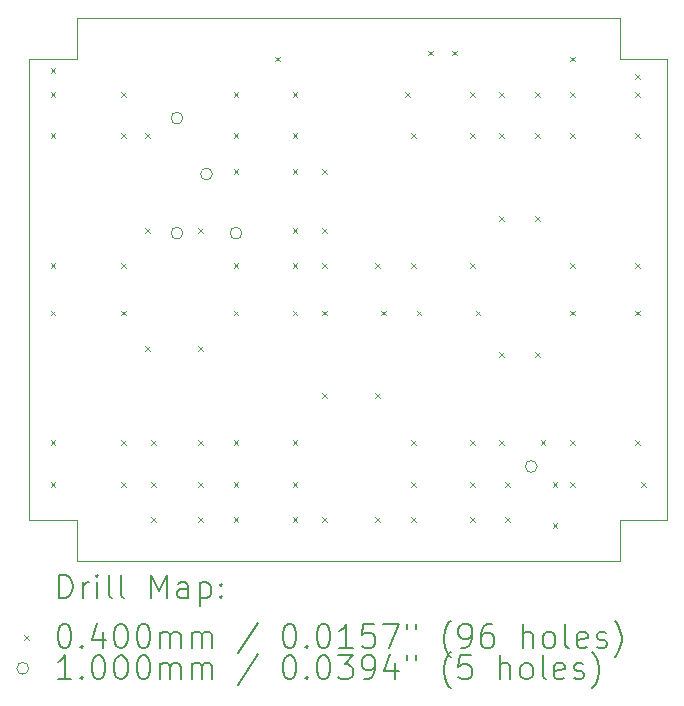
<source format=gbr>
%FSLAX45Y45*%
G04 Gerber Fmt 4.5, Leading zero omitted, Abs format (unit mm)*
G04 Created by KiCad (PCBNEW 6.0.2+dfsg-1) date 2023-09-24 20:16:40*
%MOMM*%
%LPD*%
G01*
G04 APERTURE LIST*
%TA.AperFunction,Profile*%
%ADD10C,0.100000*%
%TD*%
%ADD11C,0.200000*%
%ADD12C,0.040000*%
%ADD13C,0.100000*%
G04 APERTURE END LIST*
D10*
X10160000Y-9330000D02*
X10160000Y-5430000D01*
X15160000Y-9330000D02*
X15160000Y-9680000D01*
X10560000Y-5430000D02*
X10160000Y-5430000D01*
X15160000Y-5080000D02*
X15160000Y-5430000D01*
X15560000Y-9330000D02*
X15160000Y-9330000D01*
X10560000Y-5080000D02*
X10560000Y-5430000D01*
X10160000Y-9330000D02*
X10560000Y-9330000D01*
X15160000Y-5430000D02*
X15560000Y-5430000D01*
X15560000Y-5430000D02*
X15560000Y-9330000D01*
X10560000Y-5080000D02*
X15160000Y-5080000D01*
X15160000Y-9680000D02*
X10560000Y-9680000D01*
X10560000Y-9330000D02*
X10560000Y-9680000D01*
D11*
D12*
X10340000Y-5510000D02*
X10380000Y-5550000D01*
X10380000Y-5510000D02*
X10340000Y-5550000D01*
X10340000Y-5710000D02*
X10380000Y-5750000D01*
X10380000Y-5710000D02*
X10340000Y-5750000D01*
X10340000Y-6060000D02*
X10380000Y-6100000D01*
X10380000Y-6060000D02*
X10340000Y-6100000D01*
X10340000Y-7160000D02*
X10380000Y-7200000D01*
X10380000Y-7160000D02*
X10340000Y-7200000D01*
X10340000Y-7560000D02*
X10380000Y-7600000D01*
X10380000Y-7560000D02*
X10340000Y-7600000D01*
X10340000Y-8660000D02*
X10380000Y-8700000D01*
X10380000Y-8660000D02*
X10340000Y-8700000D01*
X10340000Y-9010000D02*
X10380000Y-9050000D01*
X10380000Y-9010000D02*
X10340000Y-9050000D01*
X10940000Y-5710000D02*
X10980000Y-5750000D01*
X10980000Y-5710000D02*
X10940000Y-5750000D01*
X10940000Y-6060000D02*
X10980000Y-6100000D01*
X10980000Y-6060000D02*
X10940000Y-6100000D01*
X10940000Y-7160000D02*
X10980000Y-7200000D01*
X10980000Y-7160000D02*
X10940000Y-7200000D01*
X10940000Y-7560000D02*
X10980000Y-7600000D01*
X10980000Y-7560000D02*
X10940000Y-7600000D01*
X10940000Y-8660000D02*
X10980000Y-8700000D01*
X10980000Y-8660000D02*
X10940000Y-8700000D01*
X10940000Y-9010000D02*
X10980000Y-9050000D01*
X10980000Y-9010000D02*
X10940000Y-9050000D01*
X11140000Y-6060000D02*
X11180000Y-6100000D01*
X11180000Y-6060000D02*
X11140000Y-6100000D01*
X11140000Y-6860000D02*
X11180000Y-6900000D01*
X11180000Y-6860000D02*
X11140000Y-6900000D01*
X11140000Y-7860000D02*
X11180000Y-7900000D01*
X11180000Y-7860000D02*
X11140000Y-7900000D01*
X11190000Y-8660000D02*
X11230000Y-8700000D01*
X11230000Y-8660000D02*
X11190000Y-8700000D01*
X11190000Y-9010000D02*
X11230000Y-9050000D01*
X11230000Y-9010000D02*
X11190000Y-9050000D01*
X11190000Y-9310000D02*
X11230000Y-9350000D01*
X11230000Y-9310000D02*
X11190000Y-9350000D01*
X11590000Y-6860000D02*
X11630000Y-6900000D01*
X11630000Y-6860000D02*
X11590000Y-6900000D01*
X11590000Y-7860000D02*
X11630000Y-7900000D01*
X11630000Y-7860000D02*
X11590000Y-7900000D01*
X11590000Y-8660000D02*
X11630000Y-8700000D01*
X11630000Y-8660000D02*
X11590000Y-8700000D01*
X11590000Y-9010000D02*
X11630000Y-9050000D01*
X11630000Y-9010000D02*
X11590000Y-9050000D01*
X11590000Y-9310000D02*
X11630000Y-9350000D01*
X11630000Y-9310000D02*
X11590000Y-9350000D01*
X11890000Y-5710000D02*
X11930000Y-5750000D01*
X11930000Y-5710000D02*
X11890000Y-5750000D01*
X11890000Y-6060000D02*
X11930000Y-6100000D01*
X11930000Y-6060000D02*
X11890000Y-6100000D01*
X11890000Y-6360000D02*
X11930000Y-6400000D01*
X11930000Y-6360000D02*
X11890000Y-6400000D01*
X11890000Y-7160000D02*
X11930000Y-7200000D01*
X11930000Y-7160000D02*
X11890000Y-7200000D01*
X11890000Y-7560000D02*
X11930000Y-7600000D01*
X11930000Y-7560000D02*
X11890000Y-7600000D01*
X11890000Y-8660000D02*
X11930000Y-8700000D01*
X11930000Y-8660000D02*
X11890000Y-8700000D01*
X11890000Y-9010000D02*
X11930000Y-9050000D01*
X11930000Y-9010000D02*
X11890000Y-9050000D01*
X11890000Y-9310000D02*
X11930000Y-9350000D01*
X11930000Y-9310000D02*
X11890000Y-9350000D01*
X12240000Y-5410000D02*
X12280000Y-5450000D01*
X12280000Y-5410000D02*
X12240000Y-5450000D01*
X12390000Y-5710000D02*
X12430000Y-5750000D01*
X12430000Y-5710000D02*
X12390000Y-5750000D01*
X12390000Y-6060000D02*
X12430000Y-6100000D01*
X12430000Y-6060000D02*
X12390000Y-6100000D01*
X12390000Y-6360000D02*
X12430000Y-6400000D01*
X12430000Y-6360000D02*
X12390000Y-6400000D01*
X12390000Y-6860000D02*
X12430000Y-6900000D01*
X12430000Y-6860000D02*
X12390000Y-6900000D01*
X12390000Y-7160000D02*
X12430000Y-7200000D01*
X12430000Y-7160000D02*
X12390000Y-7200000D01*
X12390000Y-7560000D02*
X12430000Y-7600000D01*
X12430000Y-7560000D02*
X12390000Y-7600000D01*
X12390000Y-8660000D02*
X12430000Y-8700000D01*
X12430000Y-8660000D02*
X12390000Y-8700000D01*
X12390000Y-9010000D02*
X12430000Y-9050000D01*
X12430000Y-9010000D02*
X12390000Y-9050000D01*
X12390000Y-9310000D02*
X12430000Y-9350000D01*
X12430000Y-9310000D02*
X12390000Y-9350000D01*
X12640000Y-6360000D02*
X12680000Y-6400000D01*
X12680000Y-6360000D02*
X12640000Y-6400000D01*
X12640000Y-6860000D02*
X12680000Y-6900000D01*
X12680000Y-6860000D02*
X12640000Y-6900000D01*
X12640000Y-7160000D02*
X12680000Y-7200000D01*
X12680000Y-7160000D02*
X12640000Y-7200000D01*
X12640000Y-7560000D02*
X12680000Y-7600000D01*
X12680000Y-7560000D02*
X12640000Y-7600000D01*
X12640000Y-8260000D02*
X12680000Y-8300000D01*
X12680000Y-8260000D02*
X12640000Y-8300000D01*
X12640000Y-9310000D02*
X12680000Y-9350000D01*
X12680000Y-9310000D02*
X12640000Y-9350000D01*
X13090000Y-7160000D02*
X13130000Y-7200000D01*
X13130000Y-7160000D02*
X13090000Y-7200000D01*
X13090000Y-8260000D02*
X13130000Y-8300000D01*
X13130000Y-8260000D02*
X13090000Y-8300000D01*
X13090000Y-9310000D02*
X13130000Y-9350000D01*
X13130000Y-9310000D02*
X13090000Y-9350000D01*
X13140000Y-7560000D02*
X13180000Y-7600000D01*
X13180000Y-7560000D02*
X13140000Y-7600000D01*
X13340000Y-5710000D02*
X13380000Y-5750000D01*
X13380000Y-5710000D02*
X13340000Y-5750000D01*
X13390000Y-6060000D02*
X13430000Y-6100000D01*
X13430000Y-6060000D02*
X13390000Y-6100000D01*
X13390000Y-7160000D02*
X13430000Y-7200000D01*
X13430000Y-7160000D02*
X13390000Y-7200000D01*
X13390000Y-8660000D02*
X13430000Y-8700000D01*
X13430000Y-8660000D02*
X13390000Y-8700000D01*
X13390000Y-9010000D02*
X13430000Y-9050000D01*
X13430000Y-9010000D02*
X13390000Y-9050000D01*
X13390000Y-9310000D02*
X13430000Y-9350000D01*
X13430000Y-9310000D02*
X13390000Y-9350000D01*
X13440000Y-7560000D02*
X13480000Y-7600000D01*
X13480000Y-7560000D02*
X13440000Y-7600000D01*
X13540000Y-5360000D02*
X13580000Y-5400000D01*
X13580000Y-5360000D02*
X13540000Y-5400000D01*
X13740000Y-5360000D02*
X13780000Y-5400000D01*
X13780000Y-5360000D02*
X13740000Y-5400000D01*
X13890000Y-5710000D02*
X13930000Y-5750000D01*
X13930000Y-5710000D02*
X13890000Y-5750000D01*
X13890000Y-6060000D02*
X13930000Y-6100000D01*
X13930000Y-6060000D02*
X13890000Y-6100000D01*
X13890000Y-7160000D02*
X13930000Y-7200000D01*
X13930000Y-7160000D02*
X13890000Y-7200000D01*
X13890000Y-8660000D02*
X13930000Y-8700000D01*
X13930000Y-8660000D02*
X13890000Y-8700000D01*
X13890000Y-9010000D02*
X13930000Y-9050000D01*
X13930000Y-9010000D02*
X13890000Y-9050000D01*
X13890000Y-9310000D02*
X13930000Y-9350000D01*
X13930000Y-9310000D02*
X13890000Y-9350000D01*
X13940000Y-7560000D02*
X13980000Y-7600000D01*
X13980000Y-7560000D02*
X13940000Y-7600000D01*
X14140000Y-5710000D02*
X14180000Y-5750000D01*
X14180000Y-5710000D02*
X14140000Y-5750000D01*
X14140000Y-6060000D02*
X14180000Y-6100000D01*
X14180000Y-6060000D02*
X14140000Y-6100000D01*
X14140000Y-6760000D02*
X14180000Y-6800000D01*
X14180000Y-6760000D02*
X14140000Y-6800000D01*
X14140000Y-7910000D02*
X14180000Y-7950000D01*
X14180000Y-7910000D02*
X14140000Y-7950000D01*
X14140000Y-8660000D02*
X14180000Y-8700000D01*
X14180000Y-8660000D02*
X14140000Y-8700000D01*
X14190000Y-9010000D02*
X14230000Y-9050000D01*
X14230000Y-9010000D02*
X14190000Y-9050000D01*
X14190000Y-9310000D02*
X14230000Y-9350000D01*
X14230000Y-9310000D02*
X14190000Y-9350000D01*
X14440000Y-5710000D02*
X14480000Y-5750000D01*
X14480000Y-5710000D02*
X14440000Y-5750000D01*
X14440000Y-6060000D02*
X14480000Y-6100000D01*
X14480000Y-6060000D02*
X14440000Y-6100000D01*
X14440000Y-6760000D02*
X14480000Y-6800000D01*
X14480000Y-6760000D02*
X14440000Y-6800000D01*
X14440000Y-7910000D02*
X14480000Y-7950000D01*
X14480000Y-7910000D02*
X14440000Y-7950000D01*
X14490000Y-8660000D02*
X14530000Y-8700000D01*
X14530000Y-8660000D02*
X14490000Y-8700000D01*
X14590000Y-9010000D02*
X14630000Y-9050000D01*
X14630000Y-9010000D02*
X14590000Y-9050000D01*
X14590000Y-9360000D02*
X14630000Y-9400000D01*
X14630000Y-9360000D02*
X14590000Y-9400000D01*
X14740000Y-5410000D02*
X14780000Y-5450000D01*
X14780000Y-5410000D02*
X14740000Y-5450000D01*
X14740000Y-5710000D02*
X14780000Y-5750000D01*
X14780000Y-5710000D02*
X14740000Y-5750000D01*
X14740000Y-6060000D02*
X14780000Y-6100000D01*
X14780000Y-6060000D02*
X14740000Y-6100000D01*
X14740000Y-7160000D02*
X14780000Y-7200000D01*
X14780000Y-7160000D02*
X14740000Y-7200000D01*
X14740000Y-7560000D02*
X14780000Y-7600000D01*
X14780000Y-7560000D02*
X14740000Y-7600000D01*
X14740000Y-8660000D02*
X14780000Y-8700000D01*
X14780000Y-8660000D02*
X14740000Y-8700000D01*
X14740000Y-9010000D02*
X14780000Y-9050000D01*
X14780000Y-9010000D02*
X14740000Y-9050000D01*
X15290000Y-5560000D02*
X15330000Y-5600000D01*
X15330000Y-5560000D02*
X15290000Y-5600000D01*
X15290000Y-5710000D02*
X15330000Y-5750000D01*
X15330000Y-5710000D02*
X15290000Y-5750000D01*
X15290000Y-6060000D02*
X15330000Y-6100000D01*
X15330000Y-6060000D02*
X15290000Y-6100000D01*
X15290000Y-7160000D02*
X15330000Y-7200000D01*
X15330000Y-7160000D02*
X15290000Y-7200000D01*
X15290000Y-7560000D02*
X15330000Y-7600000D01*
X15330000Y-7560000D02*
X15290000Y-7600000D01*
X15290000Y-8660000D02*
X15330000Y-8700000D01*
X15330000Y-8660000D02*
X15290000Y-8700000D01*
X15340000Y-9010000D02*
X15380000Y-9050000D01*
X15380000Y-9010000D02*
X15340000Y-9050000D01*
D13*
X11460000Y-5930000D02*
G75*
G03*
X11460000Y-5930000I-50000J0D01*
G01*
X11460000Y-6904000D02*
G75*
G03*
X11460000Y-6904000I-50000J0D01*
G01*
X11710000Y-6404000D02*
G75*
G03*
X11710000Y-6404000I-50000J0D01*
G01*
X11960000Y-6904000D02*
G75*
G03*
X11960000Y-6904000I-50000J0D01*
G01*
X14460000Y-8880000D02*
G75*
G03*
X14460000Y-8880000I-50000J0D01*
G01*
D11*
X10412619Y-9995476D02*
X10412619Y-9795476D01*
X10460238Y-9795476D01*
X10488810Y-9805000D01*
X10507857Y-9824048D01*
X10517381Y-9843095D01*
X10526905Y-9881190D01*
X10526905Y-9909762D01*
X10517381Y-9947857D01*
X10507857Y-9966905D01*
X10488810Y-9985952D01*
X10460238Y-9995476D01*
X10412619Y-9995476D01*
X10612619Y-9995476D02*
X10612619Y-9862143D01*
X10612619Y-9900238D02*
X10622143Y-9881190D01*
X10631667Y-9871667D01*
X10650714Y-9862143D01*
X10669762Y-9862143D01*
X10736429Y-9995476D02*
X10736429Y-9862143D01*
X10736429Y-9795476D02*
X10726905Y-9805000D01*
X10736429Y-9814524D01*
X10745952Y-9805000D01*
X10736429Y-9795476D01*
X10736429Y-9814524D01*
X10860238Y-9995476D02*
X10841190Y-9985952D01*
X10831667Y-9966905D01*
X10831667Y-9795476D01*
X10965000Y-9995476D02*
X10945952Y-9985952D01*
X10936429Y-9966905D01*
X10936429Y-9795476D01*
X11193571Y-9995476D02*
X11193571Y-9795476D01*
X11260238Y-9938333D01*
X11326905Y-9795476D01*
X11326905Y-9995476D01*
X11507857Y-9995476D02*
X11507857Y-9890714D01*
X11498333Y-9871667D01*
X11479286Y-9862143D01*
X11441190Y-9862143D01*
X11422143Y-9871667D01*
X11507857Y-9985952D02*
X11488809Y-9995476D01*
X11441190Y-9995476D01*
X11422143Y-9985952D01*
X11412619Y-9966905D01*
X11412619Y-9947857D01*
X11422143Y-9928810D01*
X11441190Y-9919286D01*
X11488809Y-9919286D01*
X11507857Y-9909762D01*
X11603095Y-9862143D02*
X11603095Y-10062143D01*
X11603095Y-9871667D02*
X11622143Y-9862143D01*
X11660238Y-9862143D01*
X11679286Y-9871667D01*
X11688809Y-9881190D01*
X11698333Y-9900238D01*
X11698333Y-9957381D01*
X11688809Y-9976429D01*
X11679286Y-9985952D01*
X11660238Y-9995476D01*
X11622143Y-9995476D01*
X11603095Y-9985952D01*
X11784048Y-9976429D02*
X11793571Y-9985952D01*
X11784048Y-9995476D01*
X11774524Y-9985952D01*
X11784048Y-9976429D01*
X11784048Y-9995476D01*
X11784048Y-9871667D02*
X11793571Y-9881190D01*
X11784048Y-9890714D01*
X11774524Y-9881190D01*
X11784048Y-9871667D01*
X11784048Y-9890714D01*
D12*
X10115000Y-10305000D02*
X10155000Y-10345000D01*
X10155000Y-10305000D02*
X10115000Y-10345000D01*
D11*
X10450714Y-10215476D02*
X10469762Y-10215476D01*
X10488810Y-10225000D01*
X10498333Y-10234524D01*
X10507857Y-10253571D01*
X10517381Y-10291667D01*
X10517381Y-10339286D01*
X10507857Y-10377381D01*
X10498333Y-10396429D01*
X10488810Y-10405952D01*
X10469762Y-10415476D01*
X10450714Y-10415476D01*
X10431667Y-10405952D01*
X10422143Y-10396429D01*
X10412619Y-10377381D01*
X10403095Y-10339286D01*
X10403095Y-10291667D01*
X10412619Y-10253571D01*
X10422143Y-10234524D01*
X10431667Y-10225000D01*
X10450714Y-10215476D01*
X10603095Y-10396429D02*
X10612619Y-10405952D01*
X10603095Y-10415476D01*
X10593571Y-10405952D01*
X10603095Y-10396429D01*
X10603095Y-10415476D01*
X10784048Y-10282143D02*
X10784048Y-10415476D01*
X10736429Y-10205952D02*
X10688810Y-10348810D01*
X10812619Y-10348810D01*
X10926905Y-10215476D02*
X10945952Y-10215476D01*
X10965000Y-10225000D01*
X10974524Y-10234524D01*
X10984048Y-10253571D01*
X10993571Y-10291667D01*
X10993571Y-10339286D01*
X10984048Y-10377381D01*
X10974524Y-10396429D01*
X10965000Y-10405952D01*
X10945952Y-10415476D01*
X10926905Y-10415476D01*
X10907857Y-10405952D01*
X10898333Y-10396429D01*
X10888810Y-10377381D01*
X10879286Y-10339286D01*
X10879286Y-10291667D01*
X10888810Y-10253571D01*
X10898333Y-10234524D01*
X10907857Y-10225000D01*
X10926905Y-10215476D01*
X11117381Y-10215476D02*
X11136429Y-10215476D01*
X11155476Y-10225000D01*
X11165000Y-10234524D01*
X11174524Y-10253571D01*
X11184048Y-10291667D01*
X11184048Y-10339286D01*
X11174524Y-10377381D01*
X11165000Y-10396429D01*
X11155476Y-10405952D01*
X11136429Y-10415476D01*
X11117381Y-10415476D01*
X11098333Y-10405952D01*
X11088810Y-10396429D01*
X11079286Y-10377381D01*
X11069762Y-10339286D01*
X11069762Y-10291667D01*
X11079286Y-10253571D01*
X11088810Y-10234524D01*
X11098333Y-10225000D01*
X11117381Y-10215476D01*
X11269762Y-10415476D02*
X11269762Y-10282143D01*
X11269762Y-10301190D02*
X11279286Y-10291667D01*
X11298333Y-10282143D01*
X11326905Y-10282143D01*
X11345952Y-10291667D01*
X11355476Y-10310714D01*
X11355476Y-10415476D01*
X11355476Y-10310714D02*
X11365000Y-10291667D01*
X11384048Y-10282143D01*
X11412619Y-10282143D01*
X11431667Y-10291667D01*
X11441190Y-10310714D01*
X11441190Y-10415476D01*
X11536428Y-10415476D02*
X11536428Y-10282143D01*
X11536428Y-10301190D02*
X11545952Y-10291667D01*
X11565000Y-10282143D01*
X11593571Y-10282143D01*
X11612619Y-10291667D01*
X11622143Y-10310714D01*
X11622143Y-10415476D01*
X11622143Y-10310714D02*
X11631667Y-10291667D01*
X11650714Y-10282143D01*
X11679286Y-10282143D01*
X11698333Y-10291667D01*
X11707857Y-10310714D01*
X11707857Y-10415476D01*
X12098333Y-10205952D02*
X11926905Y-10463095D01*
X12355476Y-10215476D02*
X12374524Y-10215476D01*
X12393571Y-10225000D01*
X12403095Y-10234524D01*
X12412619Y-10253571D01*
X12422143Y-10291667D01*
X12422143Y-10339286D01*
X12412619Y-10377381D01*
X12403095Y-10396429D01*
X12393571Y-10405952D01*
X12374524Y-10415476D01*
X12355476Y-10415476D01*
X12336428Y-10405952D01*
X12326905Y-10396429D01*
X12317381Y-10377381D01*
X12307857Y-10339286D01*
X12307857Y-10291667D01*
X12317381Y-10253571D01*
X12326905Y-10234524D01*
X12336428Y-10225000D01*
X12355476Y-10215476D01*
X12507857Y-10396429D02*
X12517381Y-10405952D01*
X12507857Y-10415476D01*
X12498333Y-10405952D01*
X12507857Y-10396429D01*
X12507857Y-10415476D01*
X12641190Y-10215476D02*
X12660238Y-10215476D01*
X12679286Y-10225000D01*
X12688809Y-10234524D01*
X12698333Y-10253571D01*
X12707857Y-10291667D01*
X12707857Y-10339286D01*
X12698333Y-10377381D01*
X12688809Y-10396429D01*
X12679286Y-10405952D01*
X12660238Y-10415476D01*
X12641190Y-10415476D01*
X12622143Y-10405952D01*
X12612619Y-10396429D01*
X12603095Y-10377381D01*
X12593571Y-10339286D01*
X12593571Y-10291667D01*
X12603095Y-10253571D01*
X12612619Y-10234524D01*
X12622143Y-10225000D01*
X12641190Y-10215476D01*
X12898333Y-10415476D02*
X12784048Y-10415476D01*
X12841190Y-10415476D02*
X12841190Y-10215476D01*
X12822143Y-10244048D01*
X12803095Y-10263095D01*
X12784048Y-10272619D01*
X13079286Y-10215476D02*
X12984048Y-10215476D01*
X12974524Y-10310714D01*
X12984048Y-10301190D01*
X13003095Y-10291667D01*
X13050714Y-10291667D01*
X13069762Y-10301190D01*
X13079286Y-10310714D01*
X13088809Y-10329762D01*
X13088809Y-10377381D01*
X13079286Y-10396429D01*
X13069762Y-10405952D01*
X13050714Y-10415476D01*
X13003095Y-10415476D01*
X12984048Y-10405952D01*
X12974524Y-10396429D01*
X13155476Y-10215476D02*
X13288809Y-10215476D01*
X13203095Y-10415476D01*
X13355476Y-10215476D02*
X13355476Y-10253571D01*
X13431667Y-10215476D02*
X13431667Y-10253571D01*
X13726905Y-10491667D02*
X13717381Y-10482143D01*
X13698333Y-10453571D01*
X13688809Y-10434524D01*
X13679286Y-10405952D01*
X13669762Y-10358333D01*
X13669762Y-10320238D01*
X13679286Y-10272619D01*
X13688809Y-10244048D01*
X13698333Y-10225000D01*
X13717381Y-10196429D01*
X13726905Y-10186905D01*
X13812619Y-10415476D02*
X13850714Y-10415476D01*
X13869762Y-10405952D01*
X13879286Y-10396429D01*
X13898333Y-10367857D01*
X13907857Y-10329762D01*
X13907857Y-10253571D01*
X13898333Y-10234524D01*
X13888809Y-10225000D01*
X13869762Y-10215476D01*
X13831667Y-10215476D01*
X13812619Y-10225000D01*
X13803095Y-10234524D01*
X13793571Y-10253571D01*
X13793571Y-10301190D01*
X13803095Y-10320238D01*
X13812619Y-10329762D01*
X13831667Y-10339286D01*
X13869762Y-10339286D01*
X13888809Y-10329762D01*
X13898333Y-10320238D01*
X13907857Y-10301190D01*
X14079286Y-10215476D02*
X14041190Y-10215476D01*
X14022143Y-10225000D01*
X14012619Y-10234524D01*
X13993571Y-10263095D01*
X13984048Y-10301190D01*
X13984048Y-10377381D01*
X13993571Y-10396429D01*
X14003095Y-10405952D01*
X14022143Y-10415476D01*
X14060238Y-10415476D01*
X14079286Y-10405952D01*
X14088809Y-10396429D01*
X14098333Y-10377381D01*
X14098333Y-10329762D01*
X14088809Y-10310714D01*
X14079286Y-10301190D01*
X14060238Y-10291667D01*
X14022143Y-10291667D01*
X14003095Y-10301190D01*
X13993571Y-10310714D01*
X13984048Y-10329762D01*
X14336428Y-10415476D02*
X14336428Y-10215476D01*
X14422143Y-10415476D02*
X14422143Y-10310714D01*
X14412619Y-10291667D01*
X14393571Y-10282143D01*
X14365000Y-10282143D01*
X14345952Y-10291667D01*
X14336428Y-10301190D01*
X14545952Y-10415476D02*
X14526905Y-10405952D01*
X14517381Y-10396429D01*
X14507857Y-10377381D01*
X14507857Y-10320238D01*
X14517381Y-10301190D01*
X14526905Y-10291667D01*
X14545952Y-10282143D01*
X14574524Y-10282143D01*
X14593571Y-10291667D01*
X14603095Y-10301190D01*
X14612619Y-10320238D01*
X14612619Y-10377381D01*
X14603095Y-10396429D01*
X14593571Y-10405952D01*
X14574524Y-10415476D01*
X14545952Y-10415476D01*
X14726905Y-10415476D02*
X14707857Y-10405952D01*
X14698333Y-10386905D01*
X14698333Y-10215476D01*
X14879286Y-10405952D02*
X14860238Y-10415476D01*
X14822143Y-10415476D01*
X14803095Y-10405952D01*
X14793571Y-10386905D01*
X14793571Y-10310714D01*
X14803095Y-10291667D01*
X14822143Y-10282143D01*
X14860238Y-10282143D01*
X14879286Y-10291667D01*
X14888809Y-10310714D01*
X14888809Y-10329762D01*
X14793571Y-10348810D01*
X14965000Y-10405952D02*
X14984048Y-10415476D01*
X15022143Y-10415476D01*
X15041190Y-10405952D01*
X15050714Y-10386905D01*
X15050714Y-10377381D01*
X15041190Y-10358333D01*
X15022143Y-10348810D01*
X14993571Y-10348810D01*
X14974524Y-10339286D01*
X14965000Y-10320238D01*
X14965000Y-10310714D01*
X14974524Y-10291667D01*
X14993571Y-10282143D01*
X15022143Y-10282143D01*
X15041190Y-10291667D01*
X15117381Y-10491667D02*
X15126905Y-10482143D01*
X15145952Y-10453571D01*
X15155476Y-10434524D01*
X15165000Y-10405952D01*
X15174524Y-10358333D01*
X15174524Y-10320238D01*
X15165000Y-10272619D01*
X15155476Y-10244048D01*
X15145952Y-10225000D01*
X15126905Y-10196429D01*
X15117381Y-10186905D01*
D13*
X10155000Y-10589000D02*
G75*
G03*
X10155000Y-10589000I-50000J0D01*
G01*
D11*
X10517381Y-10679476D02*
X10403095Y-10679476D01*
X10460238Y-10679476D02*
X10460238Y-10479476D01*
X10441190Y-10508048D01*
X10422143Y-10527095D01*
X10403095Y-10536619D01*
X10603095Y-10660429D02*
X10612619Y-10669952D01*
X10603095Y-10679476D01*
X10593571Y-10669952D01*
X10603095Y-10660429D01*
X10603095Y-10679476D01*
X10736429Y-10479476D02*
X10755476Y-10479476D01*
X10774524Y-10489000D01*
X10784048Y-10498524D01*
X10793571Y-10517571D01*
X10803095Y-10555667D01*
X10803095Y-10603286D01*
X10793571Y-10641381D01*
X10784048Y-10660429D01*
X10774524Y-10669952D01*
X10755476Y-10679476D01*
X10736429Y-10679476D01*
X10717381Y-10669952D01*
X10707857Y-10660429D01*
X10698333Y-10641381D01*
X10688810Y-10603286D01*
X10688810Y-10555667D01*
X10698333Y-10517571D01*
X10707857Y-10498524D01*
X10717381Y-10489000D01*
X10736429Y-10479476D01*
X10926905Y-10479476D02*
X10945952Y-10479476D01*
X10965000Y-10489000D01*
X10974524Y-10498524D01*
X10984048Y-10517571D01*
X10993571Y-10555667D01*
X10993571Y-10603286D01*
X10984048Y-10641381D01*
X10974524Y-10660429D01*
X10965000Y-10669952D01*
X10945952Y-10679476D01*
X10926905Y-10679476D01*
X10907857Y-10669952D01*
X10898333Y-10660429D01*
X10888810Y-10641381D01*
X10879286Y-10603286D01*
X10879286Y-10555667D01*
X10888810Y-10517571D01*
X10898333Y-10498524D01*
X10907857Y-10489000D01*
X10926905Y-10479476D01*
X11117381Y-10479476D02*
X11136429Y-10479476D01*
X11155476Y-10489000D01*
X11165000Y-10498524D01*
X11174524Y-10517571D01*
X11184048Y-10555667D01*
X11184048Y-10603286D01*
X11174524Y-10641381D01*
X11165000Y-10660429D01*
X11155476Y-10669952D01*
X11136429Y-10679476D01*
X11117381Y-10679476D01*
X11098333Y-10669952D01*
X11088810Y-10660429D01*
X11079286Y-10641381D01*
X11069762Y-10603286D01*
X11069762Y-10555667D01*
X11079286Y-10517571D01*
X11088810Y-10498524D01*
X11098333Y-10489000D01*
X11117381Y-10479476D01*
X11269762Y-10679476D02*
X11269762Y-10546143D01*
X11269762Y-10565190D02*
X11279286Y-10555667D01*
X11298333Y-10546143D01*
X11326905Y-10546143D01*
X11345952Y-10555667D01*
X11355476Y-10574714D01*
X11355476Y-10679476D01*
X11355476Y-10574714D02*
X11365000Y-10555667D01*
X11384048Y-10546143D01*
X11412619Y-10546143D01*
X11431667Y-10555667D01*
X11441190Y-10574714D01*
X11441190Y-10679476D01*
X11536428Y-10679476D02*
X11536428Y-10546143D01*
X11536428Y-10565190D02*
X11545952Y-10555667D01*
X11565000Y-10546143D01*
X11593571Y-10546143D01*
X11612619Y-10555667D01*
X11622143Y-10574714D01*
X11622143Y-10679476D01*
X11622143Y-10574714D02*
X11631667Y-10555667D01*
X11650714Y-10546143D01*
X11679286Y-10546143D01*
X11698333Y-10555667D01*
X11707857Y-10574714D01*
X11707857Y-10679476D01*
X12098333Y-10469952D02*
X11926905Y-10727095D01*
X12355476Y-10479476D02*
X12374524Y-10479476D01*
X12393571Y-10489000D01*
X12403095Y-10498524D01*
X12412619Y-10517571D01*
X12422143Y-10555667D01*
X12422143Y-10603286D01*
X12412619Y-10641381D01*
X12403095Y-10660429D01*
X12393571Y-10669952D01*
X12374524Y-10679476D01*
X12355476Y-10679476D01*
X12336428Y-10669952D01*
X12326905Y-10660429D01*
X12317381Y-10641381D01*
X12307857Y-10603286D01*
X12307857Y-10555667D01*
X12317381Y-10517571D01*
X12326905Y-10498524D01*
X12336428Y-10489000D01*
X12355476Y-10479476D01*
X12507857Y-10660429D02*
X12517381Y-10669952D01*
X12507857Y-10679476D01*
X12498333Y-10669952D01*
X12507857Y-10660429D01*
X12507857Y-10679476D01*
X12641190Y-10479476D02*
X12660238Y-10479476D01*
X12679286Y-10489000D01*
X12688809Y-10498524D01*
X12698333Y-10517571D01*
X12707857Y-10555667D01*
X12707857Y-10603286D01*
X12698333Y-10641381D01*
X12688809Y-10660429D01*
X12679286Y-10669952D01*
X12660238Y-10679476D01*
X12641190Y-10679476D01*
X12622143Y-10669952D01*
X12612619Y-10660429D01*
X12603095Y-10641381D01*
X12593571Y-10603286D01*
X12593571Y-10555667D01*
X12603095Y-10517571D01*
X12612619Y-10498524D01*
X12622143Y-10489000D01*
X12641190Y-10479476D01*
X12774524Y-10479476D02*
X12898333Y-10479476D01*
X12831667Y-10555667D01*
X12860238Y-10555667D01*
X12879286Y-10565190D01*
X12888809Y-10574714D01*
X12898333Y-10593762D01*
X12898333Y-10641381D01*
X12888809Y-10660429D01*
X12879286Y-10669952D01*
X12860238Y-10679476D01*
X12803095Y-10679476D01*
X12784048Y-10669952D01*
X12774524Y-10660429D01*
X12993571Y-10679476D02*
X13031667Y-10679476D01*
X13050714Y-10669952D01*
X13060238Y-10660429D01*
X13079286Y-10631857D01*
X13088809Y-10593762D01*
X13088809Y-10517571D01*
X13079286Y-10498524D01*
X13069762Y-10489000D01*
X13050714Y-10479476D01*
X13012619Y-10479476D01*
X12993571Y-10489000D01*
X12984048Y-10498524D01*
X12974524Y-10517571D01*
X12974524Y-10565190D01*
X12984048Y-10584238D01*
X12993571Y-10593762D01*
X13012619Y-10603286D01*
X13050714Y-10603286D01*
X13069762Y-10593762D01*
X13079286Y-10584238D01*
X13088809Y-10565190D01*
X13260238Y-10546143D02*
X13260238Y-10679476D01*
X13212619Y-10469952D02*
X13165000Y-10612810D01*
X13288809Y-10612810D01*
X13355476Y-10479476D02*
X13355476Y-10517571D01*
X13431667Y-10479476D02*
X13431667Y-10517571D01*
X13726905Y-10755667D02*
X13717381Y-10746143D01*
X13698333Y-10717571D01*
X13688809Y-10698524D01*
X13679286Y-10669952D01*
X13669762Y-10622333D01*
X13669762Y-10584238D01*
X13679286Y-10536619D01*
X13688809Y-10508048D01*
X13698333Y-10489000D01*
X13717381Y-10460429D01*
X13726905Y-10450905D01*
X13898333Y-10479476D02*
X13803095Y-10479476D01*
X13793571Y-10574714D01*
X13803095Y-10565190D01*
X13822143Y-10555667D01*
X13869762Y-10555667D01*
X13888809Y-10565190D01*
X13898333Y-10574714D01*
X13907857Y-10593762D01*
X13907857Y-10641381D01*
X13898333Y-10660429D01*
X13888809Y-10669952D01*
X13869762Y-10679476D01*
X13822143Y-10679476D01*
X13803095Y-10669952D01*
X13793571Y-10660429D01*
X14145952Y-10679476D02*
X14145952Y-10479476D01*
X14231667Y-10679476D02*
X14231667Y-10574714D01*
X14222143Y-10555667D01*
X14203095Y-10546143D01*
X14174524Y-10546143D01*
X14155476Y-10555667D01*
X14145952Y-10565190D01*
X14355476Y-10679476D02*
X14336428Y-10669952D01*
X14326905Y-10660429D01*
X14317381Y-10641381D01*
X14317381Y-10584238D01*
X14326905Y-10565190D01*
X14336428Y-10555667D01*
X14355476Y-10546143D01*
X14384048Y-10546143D01*
X14403095Y-10555667D01*
X14412619Y-10565190D01*
X14422143Y-10584238D01*
X14422143Y-10641381D01*
X14412619Y-10660429D01*
X14403095Y-10669952D01*
X14384048Y-10679476D01*
X14355476Y-10679476D01*
X14536428Y-10679476D02*
X14517381Y-10669952D01*
X14507857Y-10650905D01*
X14507857Y-10479476D01*
X14688809Y-10669952D02*
X14669762Y-10679476D01*
X14631667Y-10679476D01*
X14612619Y-10669952D01*
X14603095Y-10650905D01*
X14603095Y-10574714D01*
X14612619Y-10555667D01*
X14631667Y-10546143D01*
X14669762Y-10546143D01*
X14688809Y-10555667D01*
X14698333Y-10574714D01*
X14698333Y-10593762D01*
X14603095Y-10612810D01*
X14774524Y-10669952D02*
X14793571Y-10679476D01*
X14831667Y-10679476D01*
X14850714Y-10669952D01*
X14860238Y-10650905D01*
X14860238Y-10641381D01*
X14850714Y-10622333D01*
X14831667Y-10612810D01*
X14803095Y-10612810D01*
X14784048Y-10603286D01*
X14774524Y-10584238D01*
X14774524Y-10574714D01*
X14784048Y-10555667D01*
X14803095Y-10546143D01*
X14831667Y-10546143D01*
X14850714Y-10555667D01*
X14926905Y-10755667D02*
X14936428Y-10746143D01*
X14955476Y-10717571D01*
X14965000Y-10698524D01*
X14974524Y-10669952D01*
X14984048Y-10622333D01*
X14984048Y-10584238D01*
X14974524Y-10536619D01*
X14965000Y-10508048D01*
X14955476Y-10489000D01*
X14936428Y-10460429D01*
X14926905Y-10450905D01*
M02*

</source>
